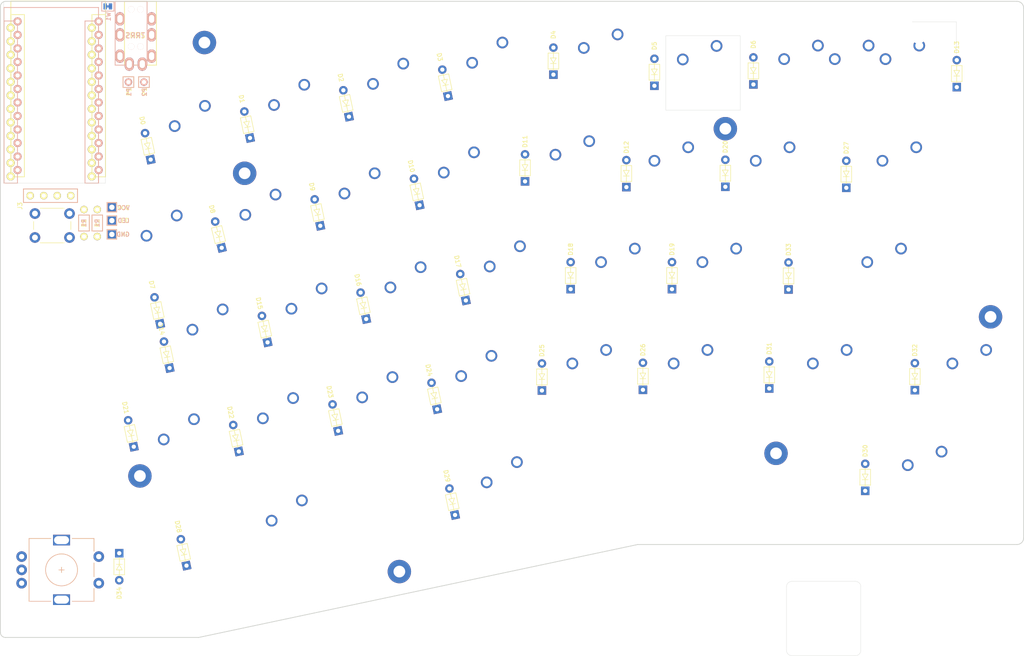
<source format=kicad_pcb>
(kicad_pcb (version 20171130) (host pcbnew "(5.1.6)-1")
  (layers (0 F.Cu signal) (31 B.Cu signal) (34 B.Paste user) (35 F.Paste user) (36 B.SilkS user) (37 F.SilkS user) (38 B.Mask user) (39 F.Mask user) (44 Edge.Cuts user))
  (net 0 "")
  (module cftkb:SW_Cherry_MX1A_1.00u_PCB-NOSCREEN (layer F.Cu) (at 232.6005 45.7835)
    (fp_text reference SW131)
    (fp_text value SW_PUSH)
    (pad 1 thru_hole circle (at 0 0) (size 2.2 2.2) (drill 1.5) (layers *.Cu *.Mask))
    (pad 2 thru_hole circle (at -6.35 2.54) (size 2.2 2.2) (drill 1.5) (layers *.Cu *.Mask))
    (pad "" np_thru_hole circle (at -2.54 5.08) (size 4 4) (drill 4) (layers *.Cu *.Mask))
    (pad "" np_thru_hole circle (at -7.62 5.08) (size 1.7 1.7) (drill 1.7) (layers *.Cu *.Mask))
    (pad "" np_thru_hole circle (at 2.54 5.08) (size 1.7 1.7) (drill 1.7) (layers *.Cu *.Mask))
  )
  (module cftkb:SW_Cherry_MX1A_2.00u_PCBNOSCREEN (layer F.Cu) (at 223.0755 45.7835)
    (fp_text reference SW132)
    (fp_text value SW_PUSH)
    (pad 1 thru_hole circle (at 0 0) (size 2.2 2.2) (drill 1.5) (layers *.Cu *.Mask))
    (pad 2 thru_hole circle (at -6.35 2.54) (size 2.2 2.2) (drill 1.5) (layers *.Cu *.Mask))
    (pad "" np_thru_hole circle (at -2.54 5.08) (size 4 4) (drill 4) (layers *.Cu *.Mask))
    (pad "" np_thru_hole circle (at -7.62 5.08) (size 1.7 1.7) (drill 1.7) (layers *.Cu *.Mask))
    (pad "" np_thru_hole circle (at 2.54 5.08) (size 1.7 1.7) (drill 1.7) (layers *.Cu *.Mask))
    (pad "" np_thru_hole circle (at 9.36 13.32) (size 4 4) (drill 4) (layers *.Cu *.Mask))
    (pad "" np_thru_hole circle (at -14.44 13.32) (size 4 4) (drill 4) (layers *.Cu *.Mask))
    (pad "" np_thru_hole circle (at -14.44 -1.92) (size 3.05 3.05) (drill 3.05) (layers *.Cu *.Mask))
    (pad "" np_thru_hole circle (at 9.36 -1.92) (size 3.05 3.05) (drill 3.05) (layers *.Cu *.Mask))
  )
  (module cftkb:D_DO-35_SOD27_P5.08mm_Horizontal (layer F.Cu) (at 161.671 111.887 90)
    (fp_text reference D25 (at 8.77 0 90) (layer F.SilkS) (effects (font (size 0.8 0.8))))
    (fp_text value D)
    (pad 1 thru_hole rect (at 1.27 0 90) (size 1.6 1.6) (drill 0.8) (layers *.Cu *.Mask))
    (pad 2 thru_hole oval (at 6.35 0 90) (size 1.6 1.6) (drill 0.8) (layers *.Cu *.Mask))
  )
  (module cftkb:D_DO-35_SOD27_P5.08mm_Horizontal (layer F.Cu) (at 95.123 144.78 102)
    (fp_text reference D28 (at 8.77 0 102) (layer F.SilkS) (effects (font (size 0.8 0.8))))
    (fp_text value D)
    (pad 2 thru_hole oval (at 6.35 0 102) (size 1.6 1.6) (drill 0.8) (layers *.Cu *.Mask))
    (pad 1 thru_hole rect (at 1.27 0 102) (size 1.6 1.6) (drill 0.8) (layers *.Cu *.Mask))
  )
  (module cftkb:D_DO-35_SOD27_P5.08mm_Horizontal (layer F.Cu) (at 128.905 98.425 102)
    (fp_text reference D16 (at 8.77 0 102) (layer F.SilkS) (effects (font (size 0.8 0.8))))
    (fp_text value D)
    (pad 1 thru_hole rect (at 1.27 0 102) (size 1.6 1.6) (drill 0.8) (layers *.Cu *.Mask))
    (pad 2 thru_hole oval (at 6.35 0 102) (size 1.6 1.6) (drill 0.8) (layers *.Cu *.Mask))
  )
  (module cftkb:D_DO-35_SOD27_P5.08mm_Horizontal (layer F.Cu) (at 167.0685 92.837 90)
    (fp_text reference D18 (at 8.77 0 90) (layer F.SilkS) (effects (font (size 0.8 0.8))))
    (fp_text value D)
    (pad 2 thru_hole oval (at 6.35 0 90) (size 1.6 1.6) (drill 0.8) (layers *.Cu *.Mask))
    (pad 1 thru_hole rect (at 1.27 0 90) (size 1.6 1.6) (drill 0.8) (layers *.Cu *.Mask))
  )
  (module cftkb:D_DO-35_SOD27_P5.08mm_Horizontal (layer F.Cu) (at 91.948 107.6325 102)
    (fp_text reference D14 (at 8.77 0 102) (layer F.SilkS) (effects (font (size 0.8 0.8))))
    (fp_text value D)
    (pad 1 thru_hole rect (at 1.27 0 102) (size 1.6 1.6) (drill 0.8) (layers *.Cu *.Mask))
    (pad 2 thru_hole oval (at 6.35 0 102) (size 1.6 1.6) (drill 0.8) (layers *.Cu *.Mask))
  )
  (module cftkb:D_DO-35_SOD27_P5.08mm_Horizontal (layer F.Cu) (at 180.6575 111.76 90)
    (fp_text reference D26 (at 8.77 0 90) (layer F.SilkS) (effects (font (size 0.8 0.8))))
    (fp_text value D)
    (pad 2 thru_hole oval (at 6.35 0 90) (size 1.6 1.6) (drill 0.8) (layers *.Cu *.Mask))
    (pad 1 thru_hole rect (at 1.27 0 90) (size 1.6 1.6) (drill 0.8) (layers *.Cu *.Mask))
  )
  (module cftkb:D_DO-35_SOD27_P5.08mm_Horizontal (layer F.Cu) (at 196.1515 73.5965 90)
    (fp_text reference D20 (at 8.77 0 90) (layer F.SilkS) (effects (font (size 0.8 0.8))))
    (fp_text value D)
    (pad 2 thru_hole oval (at 6.35 0 90) (size 1.6 1.6) (drill 0.8) (layers *.Cu *.Mask))
    (pad 1 thru_hole rect (at 1.27 0 90) (size 1.6 1.6) (drill 0.8) (layers *.Cu *.Mask))
  )
  (module cftkb:D_DO-35_SOD27_P5.08mm_Horizontal (layer F.Cu) (at 204.4065 111.506 90)
    (fp_text reference D31 (at 8.77 0 90) (layer F.SilkS) (effects (font (size 0.8 0.8))))
    (fp_text value D)
    (pad 2 thru_hole oval (at 6.35 0 90) (size 1.6 1.6) (drill 0.8) (layers *.Cu *.Mask))
    (pad 1 thru_hole rect (at 1.27 0 90) (size 1.6 1.6) (drill 0.8) (layers *.Cu *.Mask))
  )
  (module cftkb:D_DO-35_SOD27_P5.08mm_Horizontal (layer F.Cu) (at 123.6345 119.4435 102)
    (fp_text reference D23 (at 8.77 0 102) (layer F.SilkS) (effects (font (size 0.8 0.8))))
    (fp_text value D)
    (pad 2 thru_hole oval (at 6.35 0 102) (size 1.6 1.6) (drill 0.8) (layers *.Cu *.Mask))
    (pad 1 thru_hole rect (at 1.27 0 102) (size 1.6 1.6) (drill 0.8) (layers *.Cu *.Mask))
  )
  (module cftkb:D_DO-35_SOD27_P5.08mm_Horizontal (layer F.Cu) (at 85.217 122.428 102)
    (fp_text reference D21 (at 8.77 0 102) (layer F.SilkS) (effects (font (size 0.8 0.8))))
    (fp_text value D)
    (pad 1 thru_hole rect (at 1.27 0 102) (size 1.6 1.6) (drill 0.8) (layers *.Cu *.Mask))
    (pad 2 thru_hole oval (at 6.35 0 102) (size 1.6 1.6) (drill 0.8) (layers *.Cu *.Mask))
  )
  (module cftkb:D_DO-35_SOD27_P5.08mm_Horizontal (layer F.Cu) (at 147.6375 94.9325 102)
    (fp_text reference D17 (at 8.77 0 102) (layer F.SilkS) (effects (font (size 0.8 0.8))))
    (fp_text value D)
    (pad 2 thru_hole oval (at 6.35 0 102) (size 1.6 1.6) (drill 0.8) (layers *.Cu *.Mask))
    (pad 1 thru_hole rect (at 1.27 0 102) (size 1.6 1.6) (drill 0.8) (layers *.Cu *.Mask))
  )
  (module cftkb:D_DO-35_SOD27_P5.08mm_Horizontal (layer F.Cu) (at 222.4405 130.7465 90)
    (fp_text reference D30 (at 8.77 0 90) (layer F.SilkS) (effects (font (size 0.8 0.8))))
    (fp_text value D)
    (pad 1 thru_hole rect (at 1.27 0 90) (size 1.6 1.6) (drill 0.8) (layers *.Cu *.Mask))
    (pad 2 thru_hole oval (at 6.35 0 90) (size 1.6 1.6) (drill 0.8) (layers *.Cu *.Mask))
  )
  (module cftkb:D_DO-35_SOD27_P5.08mm_Horizontal (layer F.Cu) (at 145.6055 135.255 102)
    (fp_text reference D29 (at 8.77 0 102) (layer F.SilkS) (effects (font (size 0.8 0.8))))
    (fp_text value D)
    (pad 2 thru_hole oval (at 6.35 0 102) (size 1.6 1.6) (drill 0.8) (layers *.Cu *.Mask))
    (pad 1 thru_hole rect (at 1.27 0 102) (size 1.6 1.6) (drill 0.8) (layers *.Cu *.Mask))
  )
  (module cftkb:D_DO-35_SOD27_P5.08mm_Horizontal (layer F.Cu) (at 186.1185 92.837 90)
    (fp_text reference D19 (at 8.77 0 90) (layer F.SilkS) (effects (font (size 0.8 0.8))))
    (fp_text value D)
    (pad 1 thru_hole rect (at 1.27 0 90) (size 1.6 1.6) (drill 0.8) (layers *.Cu *.Mask))
    (pad 2 thru_hole oval (at 6.35 0 90) (size 1.6 1.6) (drill 0.8) (layers *.Cu *.Mask))
  )
  (module cftkb:D_DO-35_SOD27_P5.08mm_Horizontal (layer F.Cu) (at 110.363 102.8065 102)
    (fp_text reference D15 (at 8.77 0 102) (layer F.SilkS) (effects (font (size 0.8 0.8))))
    (fp_text value D)
    (pad 2 thru_hole oval (at 6.35 0 102) (size 1.6 1.6) (drill 0.8) (layers *.Cu *.Mask))
    (pad 1 thru_hole rect (at 1.27 0 102) (size 1.6 1.6) (drill 0.8) (layers *.Cu *.Mask))
  )
  (module cftkb:D_DO-35_SOD27_P5.08mm_Horizontal (layer F.Cu) (at 142.24 115.3795 102)
    (fp_text reference D24 (at 8.77 0 102) (layer F.SilkS) (effects (font (size 0.8 0.8))))
    (fp_text value D)
    (pad 1 thru_hole rect (at 1.27 0 102) (size 1.6 1.6) (drill 0.8) (layers *.Cu *.Mask))
    (pad 2 thru_hole oval (at 6.35 0 102) (size 1.6 1.6) (drill 0.8) (layers *.Cu *.Mask))
  )
  (module cftkb:D_DO-35_SOD27_P5.08mm_Horizontal (layer F.Cu) (at 104.9655 123.317 102)
    (fp_text reference D22 (at 8.77 0 102) (layer F.SilkS) (effects (font (size 0.8 0.8))))
    (fp_text value D)
    (pad 1 thru_hole rect (at 1.27 0 102) (size 1.6 1.6) (drill 0.8) (layers *.Cu *.Mask))
    (pad 2 thru_hole oval (at 6.35 0 102) (size 1.6 1.6) (drill 0.8) (layers *.Cu *.Mask))
  )
  (module cftkb:D_DO-35_SOD27_P5.08mm_Horizontal (layer F.Cu) (at 218.8845 73.787 90)
    (fp_text reference D27 (at 8.77 0 90) (layer F.SilkS) (effects (font (size 0.8 0.8))))
    (fp_text value D)
    (pad 1 thru_hole rect (at 1.27 0 90) (size 1.6 1.6) (drill 0.8) (layers *.Cu *.Mask))
    (pad 2 thru_hole oval (at 6.35 0 90) (size 1.6 1.6) (drill 0.8) (layers *.Cu *.Mask))
  )
  (module SofleKeyboard-footprint:LED (layer B.Cu) (at 80.835498 76.176501 180)
    (fp_text reference J1 hide)
    (fp_text value LED hide)
    (fp_text user VCC (at -2.2 -0.1) (layer F.SilkS) (effects (font (size 0.8 0.8))))
    (fp_text user VCC (at -2.2 -0.1) (layer B.SilkS) (effects (font (size 0.8 0.8)) (justify mirror)))
    (fp_text user GND (at -2.1 -5.1) (layer B.SilkS) (effects (font (size 0.8 0.8)) (justify mirror)))
    (fp_text user LED (at -2.2 -2.5) (layer F.SilkS) (effects (font (size 0.8 0.8))))
    (fp_text user LED (at -2.2 -2.5 180) (layer B.SilkS) (effects (font (size 0.8 0.8)) (justify mirror)))
    (fp_text user GND (at -2.1 -5.1) (layer F.SilkS) (effects (font (size 0.8 0.8))))
    (pad 3 thru_hole rect (at 0 -5.1 180) (size 1.524 1.524) (drill 1) (layers *.Cu *.Mask))
    (pad 2 thru_hole rect (at 0 -2.5 180) (size 1.524 1.524) (drill 1) (layers *.Cu *.Mask))
    (pad 1 thru_hole rect (at 0 0 90) (size 1.524 1.524) (drill 1) (layers *.Cu *.Mask))
  )
  (module SofleKeyboard-footprint:1pin_conn (layer B.Cu) (at 83.946994 52.641507 270)
    (fp_text reference P1 (at 1.9 -0.1 270) (layer B.SilkS) (effects (font (size 0.8128 0.8128)) (justify mirror)))
    (fp_text value i2c_pin hide)
    (fp_text user P1 (at 1.8 -0.1 270) (layer F.SilkS) (effects (font (size 0.8128 0.8128))))
    (pad 1 thru_hole circle (at 0 0 270) (size 1.397 1.397) (drill 0.8128) (layers *.Cu *.Mask B.SilkS))
  )
  (module cftkb:MountingHole_2.2mm_M2_Pad (layer F.Cu) (at 245.998997 96.774006 180)
    (fp_text reference TH2)
    (fp_text value HOLE)
    (pad 1 thru_hole circle (at 0 0 180) (size 4.4 4.4) (drill 2.2) (layers *.Cu *.Mask))
  )
  (module SofleKeyboard-footprint:RESISTOR_mini (layer F.Cu) (at 78.088772 79.140225 90)
    (fp_text reference R2 (at 0 0 90) (layer F.SilkS) (effects (font (size 0.8 0.8))))
    (fp_text value R hide)
    (fp_text user R1 (at 0 0 90) (layer B.SilkS) (effects (font (size 0.8 0.8)) (justify mirror)))
    (pad 1 thru_hole circle (at -2.54 0 90) (size 1.397 1.397) (drill 0.8128) (layers *.Cu *.Mask F.SilkS))
    (pad 2 thru_hole circle (at 2.54 0 90) (size 1.397 1.397) (drill 0.8128) (layers *.Cu *.Mask F.SilkS))
  )
  (module SofleKeyboard-footprint:1pin_conn (layer B.Cu) (at 86.867997 52.641501 270)
    (fp_text reference P2 (at 1.9 -0.1 270) (layer B.SilkS) (effects (font (size 0.8128 0.8128)) (justify mirror)))
    (fp_text value i2c_pin hide)
    (fp_text user P1 (at 1.8 -0.1 270) (layer F.SilkS) (effects (font (size 0.8128 0.8128))))
    (pad 1 thru_hole circle (at 0 0 270) (size 1.397 1.397) (drill 0.8128) (layers *.Cu *.Mask B.SilkS))
  )
  (module SofleKeyboard-footprint:ProMicro (layer B.Cu) (at 69.532504 56.006997 180)
    (fp_text reference U1 hide)
    (fp_text value ProMicro hide)
    (pad 24 thru_hole circle (at 6.42 14.77 180) (size 1.524 1.524) (drill 0.8128) (layers *.Cu *.Mask B.SilkS))
    (pad 23 thru_hole circle (at 6.42 12.23 180) (size 1.524 1.524) (drill 0.8128) (layers *.Cu *.Mask B.SilkS))
    (pad 22 thru_hole circle (at 6.42 9.69 180) (size 1.524 1.524) (drill 0.8128) (layers *.Cu *.Mask B.SilkS))
    (pad 21 thru_hole circle (at 6.42 7.15 180) (size 1.524 1.524) (drill 0.8128) (layers *.Cu *.Mask B.SilkS))
    (pad 20 thru_hole circle (at 6.42 4.61 180) (size 1.524 1.524) (drill 0.8128) (layers *.Cu *.Mask B.SilkS))
    (pad 19 thru_hole circle (at 6.42 2.07 180) (size 1.524 1.524) (drill 0.8128) (layers *.Cu *.Mask B.SilkS))
    (pad 18 thru_hole circle (at 6.42 -0.47 180) (size 1.524 1.524) (drill 0.8128) (layers *.Cu *.Mask B.SilkS))
    (pad 17 thru_hole circle (at 6.42 -3.01 180) (size 1.524 1.524) (drill 0.8128) (layers *.Cu *.Mask B.SilkS))
    (pad 16 thru_hole circle (at 6.42 -5.55 180) (size 1.524 1.524) (drill 0.8128) (layers *.Cu *.Mask B.SilkS))
    (pad 15 thru_hole circle (at 6.42 -8.09 180) (size 1.524 1.524) (drill 0.8128) (layers *.Cu *.Mask B.SilkS))
    (pad 14 thru_hole circle (at 6.42 -10.63 180) (size 1.524 1.524) (drill 0.8128) (layers *.Cu *.Mask B.SilkS))
    (pad 13 thru_hole circle (at 6.42 -13.17 180) (size 1.524 1.524) (drill 0.8128) (layers *.Cu *.Mask B.SilkS))
    (pad 12 thru_hole circle (at -8.82 -13.17 180) (size 1.524 1.524) (drill 0.8128) (layers *.Cu *.Mask B.SilkS))
    (pad 11 thru_hole circle (at -8.82 -10.63 180) (size 1.524 1.524) (drill 0.8128) (layers *.Cu *.Mask B.SilkS))
    (pad 10 thru_hole circle (at -8.82 -8.09 180) (size 1.524 1.524) (drill 0.8128) (layers *.Cu *.Mask B.SilkS))
    (pad 9 thru_hole circle (at -8.82 -5.55 180) (size 1.524 1.524) (drill 0.8128) (layers *.Cu *.Mask B.SilkS))
    (pad 8 thru_hole circle (at -8.82 -3.01 180) (size 1.524 1.524) (drill 0.8128) (layers *.Cu *.Mask B.SilkS))
    (pad 7 thru_hole circle (at -8.82 -0.47 180) (size 1.524 1.524) (drill 0.8128) (layers *.Cu *.Mask B.SilkS))
    (pad 6 thru_hole circle (at -8.82 2.07 180) (size 1.524 1.524) (drill 0.8128) (layers *.Cu *.Mask B.SilkS))
    (pad 5 thru_hole circle (at -8.82 4.61 180) (size 1.524 1.524) (drill 0.8128) (layers *.Cu *.Mask B.SilkS))
    (pad 4 thru_hole circle (at -8.82 7.15 180) (size 1.524 1.524) (drill 0.8128) (layers *.Cu *.Mask B.SilkS))
    (pad 3 thru_hole circle (at -8.82 9.69 180) (size 1.524 1.524) (drill 0.8128) (layers *.Cu *.Mask B.SilkS))
    (pad 2 thru_hole circle (at -8.82 12.23 180) (size 1.524 1.524) (drill 0.8128) (layers *.Cu *.Mask B.SilkS))
    (pad 1 thru_hole circle (at -8.82 14.77 180) (size 1.524 1.524) (drill 0.8128) (layers *.Cu *.Mask B.SilkS))
    (pad 5 thru_hole circle (at 7.718815 3.414255) (size 1.524 1.524) (drill 0.8128) (layers *.Cu *.Mask F.SilkS))
    (pad 7 thru_hole circle (at 7.718815 -1.665745) (size 1.524 1.524) (drill 0.8128) (layers *.Cu *.Mask F.SilkS))
    (pad 24 thru_hole circle (at -7.521185 13.574255) (size 1.524 1.524) (drill 0.8128) (layers *.Cu *.Mask F.SilkS))
    (pad 2 thru_hole circle (at 7.718815 11.034255) (size 1.524 1.524) (drill 0.8128) (layers *.Cu *.Mask F.SilkS))
    (pad 11 thru_hole circle (at 7.718815 -11.825745) (size 1.524 1.524) (drill 0.8128) (layers *.Cu *.Mask F.SilkS))
    (pad 13 thru_hole circle (at -7.521185 -14.365745) (size 1.524 1.524) (drill 0.8128) (layers *.Cu *.Mask F.SilkS))
    (pad 8 thru_hole circle (at 7.718815 -4.205745) (size 1.524 1.524) (drill 0.8128) (layers *.Cu *.Mask F.SilkS))
    (pad 9 thru_hole circle (at 7.718815 -6.745745) (size 1.524 1.524) (drill 0.8128) (layers *.Cu *.Mask F.SilkS))
    (pad 17 thru_hole circle (at -7.521185 -4.205745) (size 1.524 1.524) (drill 0.8128) (layers *.Cu *.Mask F.SilkS))
    (pad 15 thru_hole circle (at -7.521185 -9.285745) (size 1.524 1.524) (drill 0.8128) (layers *.Cu *.Mask F.SilkS))
    (pad 20 thru_hole circle (at -7.521185 3.414255) (size 1.524 1.524) (drill 0.8128) (layers *.Cu *.Mask F.SilkS))
    (pad 21 thru_hole circle (at -7.521185 5.954255) (size 1.524 1.524) (drill 0.8128) (layers *.Cu *.Mask F.SilkS))
    (pad 23 thru_hole circle (at -7.521185 11.034255) (size 1.524 1.524) (drill 0.8128) (layers *.Cu *.Mask F.SilkS))
    (pad 19 thru_hole circle (at -7.521185 0.874255) (size 1.524 1.524) (drill 0.8128) (layers *.Cu *.Mask F.SilkS))
    (pad 12 thru_hole circle (at 7.718815 -14.365745) (size 1.524 1.524) (drill 0.8128) (layers *.Cu *.Mask F.SilkS))
    (pad 16 thru_hole circle (at -7.521185 -6.745745) (size 1.524 1.524) (drill 0.8128) (layers *.Cu *.Mask F.SilkS))
    (pad 1 thru_hole circle (at 7.718815 13.574255) (size 1.524 1.524) (drill 0.8128) (layers *.Cu *.Mask F.SilkS))
    (pad 3 thru_hole circle (at 7.718815 8.494255) (size 1.524 1.524) (drill 0.8128) (layers *.Cu *.Mask F.SilkS))
    (pad 14 thru_hole circle (at -7.521185 -11.825745) (size 1.524 1.524) (drill 0.8128) (layers *.Cu *.Mask F.SilkS))
    (pad 4 thru_hole circle (at 7.718815 5.954255) (size 1.524 1.524) (drill 0.8128) (layers *.Cu *.Mask F.SilkS))
    (pad 6 thru_hole circle (at 7.718815 0.874255) (size 1.524 1.524) (drill 0.8128) (layers *.Cu *.Mask F.SilkS))
    (pad 18 thru_hole circle (at -7.521185 -1.665745) (size 1.524 1.524) (drill 0.8128) (layers *.Cu *.Mask F.SilkS))
    (pad 10 thru_hole circle (at 7.718815 -9.285745) (size 1.524 1.524) (drill 0.8128) (layers *.Cu *.Mask F.SilkS))
    (pad 22 thru_hole circle (at -7.521185 8.494255) (size 1.524 1.524) (drill 0.8128) (layers *.Cu *.Mask F.SilkS))
  )
  (module cftkb:MountingHole_2.2mm_M2_Pad (layer F.Cu) (at 105.790998 69.786504 180)
    (fp_text reference TH6)
    (fp_text value HOLE)
    (pad 1 thru_hole circle (at 0 0 180) (size 4.4 4.4) (drill 2.2) (layers *.Cu *.Mask))
  )
  (module SofleKeyboard-footprint:RESISTOR_mini (layer F.Cu) (at 75.590032 79.140217 90)
    (fp_text reference R1 (at 0 0 90) (layer F.SilkS) (effects (font (size 0.8 0.8))))
    (fp_text value R hide)
    (fp_text user R1 (at 0 0 90) (layer B.SilkS) (effects (font (size 0.8 0.8)) (justify mirror)))
    (pad 2 thru_hole circle (at 2.54 0 90) (size 1.397 1.397) (drill 0.8128) (layers *.Cu *.Mask F.SilkS))
    (pad 1 thru_hole circle (at -2.54 0 90) (size 1.397 1.397) (drill 0.8128) (layers *.Cu *.Mask F.SilkS))
  )
  (module cftkb:SW_PUSH_6mm (layer F.Cu) (at 66.372872 77.358016)
    (fp_text reference RSW1)
    (fp_text value SW_RST)
    (pad 2 thru_hole circle (at 0 4.5 90) (size 2 2) (drill 1.1) (layers *.Cu *.Mask))
    (pad 1 thru_hole circle (at 0 0 90) (size 2 2) (drill 1.1) (layers *.Cu *.Mask))
    (pad 2 thru_hole circle (at 6.5 4.5 90) (size 2 2) (drill 1.1) (layers *.Cu *.Mask))
    (pad 1 thru_hole circle (at 6.5 0 90) (size 2 2) (drill 1.1) (layers *.Cu *.Mask))
  )
  (module SofleKeyboard-footprint:RotaryEncoder_Alps_EC11E-Switch_Vertical_H20mm-keebio_modified (layer B.Cu) (at 71.373998 144.335502)
    (fp_text reference SW34 hide)
    (fp_text value Rotary_Encoder_Switch)
    (pad A thru_hole circle (at -7.5 2.5) (size 2 2) (drill 1) (layers *.Cu *.Mask))
    (pad C thru_hole circle (at -7.5 0) (size 2 2) (drill 1) (layers *.Cu *.Mask))
    (pad B thru_hole circle (at -7.5 -2.5) (size 2 2) (drill 1) (layers *.Cu *.Mask))
    (pad MP thru_hole rect (at 0 5.6) (size 3.2 2) (drill oval 2.8 1.5) (layers *.Cu *.Mask))
    (pad MP thru_hole rect (at 0 -5.6) (size 3.2 2) (drill oval 2.8 1.5) (layers *.Cu *.Mask))
    (pad S2 thru_hole circle (at 7 2.5) (size 2 2) (drill 1) (layers *.Cu *.Mask))
    (pad S1 thru_hole circle (at 7 -2.5) (size 2 2) (drill 1) (layers *.Cu *.Mask))
  )
  (module SofleKeyboard-footprint:MJ-4PP-9 (layer B.Cu) (at 84.454998 37.465002 180)
    (fp_text reference J2)
    (fp_text value 4PIN hide)
    (fp_text user TRRS (at -0.75 -6.45) (layer B.SilkS) (effects (justify mirror)))
    (fp_text user TRRS (at -0.8255 -6.4135) (layer F.SilkS))
    (pad 4 thru_hole oval (at -2.1 -11.8 180) (size 1.7 2.5) (drill oval 1 1.5) (layers *.Cu *.Mask B.SilkS) (clearance 0.15))
    (pad 1 thru_hole oval (at 2.1 -10.3 180) (size 1.7 2.5) (drill oval 1 1.5) (layers *.Cu *.Mask B.SilkS) (clearance 0.15))
    (pad 2 thru_hole oval (at 2.1 -6.3 180) (size 1.7 2.5) (drill oval 1 1.5) (layers *.Cu *.Mask B.SilkS))
    (pad 3 thru_hole oval (at 2.1 -3.3 180) (size 1.7 2.5) (drill oval 1 1.5) (layers *.Cu *.Mask B.SilkS))
    (pad "" np_thru_hole circle (at 0 -8.5 180) (size 1.2 1.2) (drill 1.2) (layers *.Cu *.Mask B.SilkS))
    (pad "" np_thru_hole circle (at 0 -1.5 180) (size 1.2 1.2) (drill 1.2) (layers *.Cu *.Mask B.SilkS))
    (pad 2 thru_hole oval (at -3.85 -6.3 180) (size 1.7 2.5) (drill oval 1 1.5) (layers *.Cu *.Mask B.SilkS))
    (pad 3 thru_hole oval (at -3.85 -3.3 180) (size 1.7 2.5) (drill oval 1 1.5) (layers *.Cu *.Mask B.SilkS))
    (pad 4 thru_hole oval (at 0.35 -11.8 180) (size 1.7 2.5) (drill oval 1 1.5) (layers *.Cu *.Mask B.SilkS) (clearance 0.15))
    (pad 1 thru_hole oval (at -3.85 -10.3 180) (size 1.7 2.5) (drill oval 1 1.5) (layers *.Cu *.Mask B.SilkS) (clearance 0.15))
    (pad "" np_thru_hole circle (at -1.75 -1.5 180) (size 1.2 1.2) (drill 1.2) (layers *.Cu *.Mask B.SilkS))
    (pad "" np_thru_hole circle (at -1.75 -8.5 180) (size 1.2 1.2) (drill 1.2) (layers *.Cu *.Mask B.SilkS))
  )
  (module SofleKeyboard-footprint:jumper_data (layer B.Cu) (at 80.073506 38.417506)
    (fp_text reference W1 (at 0.114294 1.917694 -270) (layer B.SilkS) (effects (font (size 0.8128 0.8128) (thickness 0.1524)) (justify mirror)))
    (fp_text value jumper hide)
    (fp_poly (pts (xy -0.2 0.15) (xy 0.2 0.15) (xy 0.2 -0.15) (xy -0.2 -0.15)) (layer B.Cu) (width 0.1))
    (pad 2 smd rect (at 0.50038 0) (size 0.635 1.143) (layers B.Cu B.Paste B.Mask) (clearance 0.1905))
    (pad 1 smd rect (at -0.50038 0) (size 0.635 1.143) (layers B.Cu B.Paste B.Mask) (clearance 0.1905))
  )
  (module cftkb:MountingHole_2.2mm_M2_Pad (layer F.Cu) (at 98.2345 45.212 180)
    (fp_text reference TH1)
    (fp_text value HOLE)
    (pad 1 thru_hole circle (at 0 0 180) (size 4.4 4.4) (drill 2.2) (layers *.Cu *.Mask))
  )
  (module SofleKeyboard-footprint:OLED_4Pin (layer F.Cu) (at 65.483875 73.992518)
    (fp_text reference J3 (at -1.915 1.93 90) (layer F.SilkS) (effects (font (size 0.8128 0.8128))))
    (fp_text value OLED hide)
    (pad 1 thru_hole circle (at 0 0) (size 1.397 1.397) (drill 0.8128) (layers *.Cu *.Mask F.SilkS))
    (pad 2 thru_hole circle (at 2.54 0) (size 1.397 1.397) (drill 0.8128) (layers *.Cu *.Mask F.SilkS))
    (pad 3 thru_hole circle (at 5.08 0) (size 1.397 1.397) (drill 0.8128) (layers *.Cu *.Mask F.SilkS))
    (pad 4 thru_hole circle (at 7.62 0) (size 1.397 1.397) (drill 0.8128) (layers *.Cu *.Mask F.SilkS))
  )
  (module cftkb:SW_Cherry_MX1A_1.00u_PCB-NOSCREEN (layer F.Cu) (at 138.8745 87.4395 12)
    (fp_text reference SW16)
    (fp_text value SW_PUSH)
    (pad "" np_thru_hole circle (at 2.54 5.08 12) (size 1.7 1.7) (drill 1.7) (layers *.Cu *.Mask))
    (pad "" np_thru_hole circle (at -7.62 5.08 12) (size 1.7 1.7) (drill 1.7) (layers *.Cu *.Mask))
    (pad "" np_thru_hole circle (at -2.54 5.08 12) (size 4 4) (drill 4) (layers *.Cu *.Mask))
    (pad 2 thru_hole circle (at -6.35 2.54 12) (size 2.2 2.2) (drill 1.5) (layers *.Cu *.Mask))
    (pad 1 thru_hole circle (at 0 0 12) (size 2.2 2.2) (drill 1.5) (layers *.Cu *.Mask))
  )
  (module cftkb:SW_Cherry_MX1A_1.00u_PCB-NOSCREEN (layer F.Cu) (at 192.786 102.997)
    (fp_text reference SW26)
    (fp_text value SW_PUSH)
    (pad "" np_thru_hole circle (at 2.54 5.08) (size 1.7 1.7) (drill 1.7) (layers *.Cu *.Mask))
    (pad "" np_thru_hole circle (at -7.62 5.08) (size 1.7 1.7) (drill 1.7) (layers *.Cu *.Mask))
    (pad "" np_thru_hole circle (at -2.54 5.08) (size 4 4) (drill 4) (layers *.Cu *.Mask))
    (pad 2 thru_hole circle (at -6.35 2.54) (size 2.2 2.2) (drill 1.5) (layers *.Cu *.Mask))
    (pad 1 thru_hole circle (at 0 0) (size 2.2 2.2) (drill 1.5) (layers *.Cu *.Mask))
  )
  (module cftkb:SW_Cherry_MX1A_1.00u_PCB-NOSCREEN (layer F.Cu) (at 173.736 102.997)
    (fp_text reference SW25)
    (fp_text value SW_PUSH)
    (pad 1 thru_hole circle (at 0 0) (size 2.2 2.2) (drill 1.5) (layers *.Cu *.Mask))
    (pad 2 thru_hole circle (at -6.35 2.54) (size 2.2 2.2) (drill 1.5) (layers *.Cu *.Mask))
    (pad "" np_thru_hole circle (at -2.54 5.08) (size 4 4) (drill 4) (layers *.Cu *.Mask))
    (pad "" np_thru_hole circle (at -7.62 5.08) (size 1.7 1.7) (drill 1.7) (layers *.Cu *.Mask))
    (pad "" np_thru_hole circle (at 2.54 5.08) (size 1.7 1.7) (drill 1.7) (layers *.Cu *.Mask))
  )
  (module cftkb:SW_Cherry_MX1A_1.00u_PCB-NOSCREEN (layer F.Cu) (at 133.571804 108.104414 12)
    (fp_text reference SW23)
    (fp_text value SW_PUSH)
    (pad "" np_thru_hole circle (at 2.54 5.08 12) (size 1.7 1.7) (drill 1.7) (layers *.Cu *.Mask))
    (pad "" np_thru_hole circle (at -7.62 5.08 12) (size 1.7 1.7) (drill 1.7) (layers *.Cu *.Mask))
    (pad "" np_thru_hole circle (at -2.54 5.08 12) (size 4 4) (drill 4) (layers *.Cu *.Mask))
    (pad 2 thru_hole circle (at -6.35 2.54 12) (size 2.2 2.2) (drill 1.5) (layers *.Cu *.Mask))
    (pad 1 thru_hole circle (at 0 0 12) (size 2.2 2.2) (drill 1.5) (layers *.Cu *.Mask))
  )
  (module cftkb:SW_Cherry_MX1A_1.00u_PCB-NOSCREEN (layer F.Cu) (at 157.5435 83.5025 12)
    (fp_text reference SW17)
    (fp_text value SW_PUSH)
    (pad 1 thru_hole circle (at 0 0 12) (size 2.2 2.2) (drill 1.5) (layers *.Cu *.Mask))
    (pad 2 thru_hole circle (at -6.35 2.54 12) (size 2.2 2.2) (drill 1.5) (layers *.Cu *.Mask))
    (pad "" np_thru_hole circle (at -2.54 5.08 12) (size 4 4) (drill 4) (layers *.Cu *.Mask))
    (pad "" np_thru_hole circle (at -7.62 5.08 12) (size 1.7 1.7) (drill 1.7) (layers *.Cu *.Mask))
    (pad "" np_thru_hole circle (at 2.54 5.08 12) (size 1.7 1.7) (drill 1.7) (layers *.Cu *.Mask))
  )
  (module cftkb:SW_Cherry_MX1A_1.00u_PCB-NOSCREEN (layer F.Cu) (at 152.177304 104.103914 12)
    (fp_text reference SW24)
    (fp_text value SW_PUSH)
    (pad "" np_thru_hole circle (at 2.54 5.08 12) (size 1.7 1.7) (drill 1.7) (layers *.Cu *.Mask))
    (pad "" np_thru_hole circle (at -7.62 5.08 12) (size 1.7 1.7) (drill 1.7) (layers *.Cu *.Mask))
    (pad "" np_thru_hole circle (at -2.54 5.08 12) (size 4 4) (drill 4) (layers *.Cu *.Mask))
    (pad 2 thru_hole circle (at -6.35 2.54 12) (size 2.2 2.2) (drill 1.5) (layers *.Cu *.Mask))
    (pad 1 thru_hole circle (at 0 0 12) (size 2.2 2.2) (drill 1.5) (layers *.Cu *.Mask))
  )
  (module cftkb:SW_Cherry_MX1A_1.00u_PCB-NOSCREEN (layer F.Cu) (at 114.902804 112.041414 12)
    (fp_text reference SW22)
    (fp_text value SW_PUSH)
    (pad "" np_thru_hole circle (at 2.54 5.08 12) (size 1.7 1.7) (drill 1.7) (layers *.Cu *.Mask))
    (pad "" np_thru_hole circle (at -7.62 5.08 12) (size 1.7 1.7) (drill 1.7) (layers *.Cu *.Mask))
    (pad "" np_thru_hole circle (at -2.54 5.08 12) (size 4 4) (drill 4) (layers *.Cu *.Mask))
    (pad 2 thru_hole circle (at -6.35 2.54 12) (size 2.2 2.2) (drill 1.5) (layers *.Cu *.Mask))
    (pad 1 thru_hole circle (at 0 0 12) (size 2.2 2.2) (drill 1.5) (layers *.Cu *.Mask))
  )
  (module cftkb:SW_Cherry_MX1A_2.25u_PCBNOSCREEN (layer F.Cu) (at 229.171504 83.947006)
    (fp_text reference SW33)
    (fp_text value SW_PUSH)
    (pad 1 thru_hole circle (at 0 0) (size 2.2 2.2) (drill 1.5) (layers *.Cu *.Mask))
    (pad 2 thru_hole circle (at -6.35 2.54) (size 2.2 2.2) (drill 1.5) (layers *.Cu *.Mask))
    (pad "" np_thru_hole circle (at -2.54 5.08) (size 4 4) (drill 4) (layers *.Cu *.Mask))
    (pad "" np_thru_hole circle (at -7.62 5.08) (size 1.7 1.7) (drill 1.7) (layers *.Cu *.Mask))
    (pad "" np_thru_hole circle (at 2.54 5.08) (size 1.7 1.7) (drill 1.7) (layers *.Cu *.Mask))
    (pad "" np_thru_hole circle (at 9.36 13.32) (size 4 4) (drill 4) (layers *.Cu *.Mask))
    (pad "" np_thru_hole circle (at -14.44 13.32) (size 4 4) (drill 4) (layers *.Cu *.Mask))
    (pad "" np_thru_hole circle (at -14.44 -1.92) (size 3.05 3.05) (drill 3.05) (layers *.Cu *.Mask))
    (pad "" np_thru_hole circle (at 9.36 -1.92) (size 3.05 3.05) (drill 3.05) (layers *.Cu *.Mask))
  )
  (module cftkb:SW_Cherry_MX1A_2.75u_PCB_NOSCREEN (layer F.Cu) (at 116.553804 131.281914 12)
    (fp_text reference SW28)
    (fp_text value SW_PUSH)
    (pad "" np_thru_hole circle (at 9.36 -1.92 12) (size 3.05 3.05) (drill 3.05) (layers *.Cu *.Mask))
    (pad "" np_thru_hole circle (at -14.44 -1.92 12) (size 3.05 3.05) (drill 3.05) (layers *.Cu *.Mask))
    (pad "" np_thru_hole circle (at -14.44 13.32 12) (size 4 4) (drill 4) (layers *.Cu *.Mask))
    (pad "" np_thru_hole circle (at 9.36 13.32 12) (size 4 4) (drill 4) (layers *.Cu *.Mask))
    (pad "" np_thru_hole circle (at 2.54 5.08 12) (size 1.7 1.7) (drill 1.7) (layers *.Cu *.Mask))
    (pad "" np_thru_hole circle (at -7.62 5.08 12) (size 1.7 1.7) (drill 1.7) (layers *.Cu *.Mask))
    (pad "" np_thru_hole circle (at -2.54 5.08 12) (size 4 4) (drill 4) (layers *.Cu *.Mask))
    (pad 2 thru_hole circle (at -6.35 2.54 12) (size 2.2 2.2) (drill 1.5) (layers *.Cu *.Mask))
    (pad 1 thru_hole circle (at 0 0 12) (size 2.2 2.2) (drill 1.5) (layers *.Cu *.Mask))
  )
  (module cftkb:SW_Cherry_MX1A_1.00u_PCB-NOSCREEN (layer F.Cu) (at 245.1735 102.997)
    (fp_text reference SW32)
    (fp_text value SW_PUSH)
    (pad "" np_thru_hole circle (at 2.54 5.08) (size 1.7 1.7) (drill 1.7) (layers *.Cu *.Mask))
    (pad "" np_thru_hole circle (at -7.62 5.08) (size 1.7 1.7) (drill 1.7) (layers *.Cu *.Mask))
    (pad "" np_thru_hole circle (at -2.54 5.08) (size 4 4) (drill 4) (layers *.Cu *.Mask))
    (pad 2 thru_hole circle (at -6.35 2.54) (size 2.2 2.2) (drill 1.5) (layers *.Cu *.Mask))
    (pad 1 thru_hole circle (at 0 0) (size 2.2 2.2) (drill 1.5) (layers *.Cu *.Mask))
  )
  (module cftkb:SW_Cherry_MX1A_1.00u_PCB-NOSCREEN (layer F.Cu) (at 198.1835 83.947)
    (fp_text reference SW19)
    (fp_text value SW_PUSH)
    (pad 1 thru_hole circle (at 0 0) (size 2.2 2.2) (drill 1.5) (layers *.Cu *.Mask))
    (pad 2 thru_hole circle (at -6.35 2.54) (size 2.2 2.2) (drill 1.5) (layers *.Cu *.Mask))
    (pad "" np_thru_hole circle (at -2.54 5.08) (size 4 4) (drill 4) (layers *.Cu *.Mask))
    (pad "" np_thru_hole circle (at -7.62 5.08) (size 1.7 1.7) (drill 1.7) (layers *.Cu *.Mask))
    (pad "" np_thru_hole circle (at 2.54 5.08) (size 1.7 1.7) (drill 1.7) (layers *.Cu *.Mask))
  )
  (module cftkb:SW_Cherry_MX1A_1.00u_PCB-NOSCREEN (layer F.Cu) (at 179.1335 83.947)
    (fp_text reference SW18)
    (fp_text value SW_PUSH)
    (pad "" np_thru_hole circle (at 2.54 5.08) (size 1.7 1.7) (drill 1.7) (layers *.Cu *.Mask))
    (pad "" np_thru_hole circle (at -7.62 5.08) (size 1.7 1.7) (drill 1.7) (layers *.Cu *.Mask))
    (pad "" np_thru_hole circle (at -2.54 5.08) (size 4 4) (drill 4) (layers *.Cu *.Mask))
    (pad 2 thru_hole circle (at -6.35 2.54) (size 2.2 2.2) (drill 1.5) (layers *.Cu *.Mask))
    (pad 1 thru_hole circle (at 0 0) (size 2.2 2.2) (drill 1.5) (layers *.Cu *.Mask))
  )
  (module cftkb:SW_Cherry_MX1A_1.75u_PCBNOSCREEN (layer F.Cu) (at 218.948 102.997)
    (fp_text reference SW31)
    (fp_text value SW_PUSH)
    (pad "" np_thru_hole circle (at 2.54 5.08) (size 1.7 1.7) (drill 1.7) (layers *.Cu *.Mask))
    (pad "" np_thru_hole circle (at -7.62 5.08) (size 1.7 1.7) (drill 1.7) (layers *.Cu *.Mask))
    (pad "" np_thru_hole circle (at -2.54 5.08) (size 4 4) (drill 4) (layers *.Cu *.Mask))
    (pad 2 thru_hole circle (at -6.35 2.54) (size 2.2 2.2) (drill 1.5) (layers *.Cu *.Mask))
    (pad 1 thru_hole circle (at 0 0) (size 2.2 2.2) (drill 1.5) (layers *.Cu *.Mask))
  )
  (module cftkb:SW_Cherry_MX1A_1.50u_PCBNOSCREEN (layer F.Cu) (at 236.7915 122.1105)
    (fp_text reference SW30)
    (fp_text value SW_PUSH)
    (pad "" np_thru_hole circle (at 2.54 5.08) (size 1.7 1.7) (drill 1.7) (layers *.Cu *.Mask))
    (pad "" np_thru_hole circle (at -7.62 5.08) (size 1.7 1.7) (drill 1.7) (layers *.Cu *.Mask))
    (pad "" np_thru_hole circle (at -2.54 5.08) (size 4 4) (drill 4) (layers *.Cu *.Mask))
    (pad 2 thru_hole circle (at -6.35 2.54) (size 2.2 2.2) (drill 1.5) (layers *.Cu *.Mask))
    (pad 1 thru_hole circle (at 0 0) (size 2.2 2.2) (drill 1.5) (layers *.Cu *.Mask))
  )
  (module cftkb:SW_Cherry_MX1A_1.50u_PCBNOSCREEN (layer F.Cu) (at 156.972 124.079 12)
    (fp_text reference SW29)
    (fp_text value SW_PUSH)
    (pad "" np_thru_hole circle (at 2.54 5.08 12) (size 1.7 1.7) (drill 1.7) (layers *.Cu *.Mask))
    (pad "" np_thru_hole circle (at -7.62 5.08 12) (size 1.7 1.7) (drill 1.7) (layers *.Cu *.Mask))
    (pad "" np_thru_hole circle (at -2.54 5.08 12) (size 4 4) (drill 4) (layers *.Cu *.Mask))
    (pad 2 thru_hole circle (at -6.35 2.54 12) (size 2.2 2.2) (drill 1.5) (layers *.Cu *.Mask))
    (pad 1 thru_hole circle (at 0 0 12) (size 2.2 2.2) (drill 1.5) (layers *.Cu *.Mask))
  )
  (module cftkb:SW_Cherry_MX1A_1.00u_PCB-NOSCREEN (layer F.Cu) (at 96.266 116.0145 12)
    (fp_text reference SW21)
    (fp_text value SW_PUSH)
    (pad "" np_thru_hole circle (at 2.54 5.08 12) (size 1.7 1.7) (drill 1.7) (layers *.Cu *.Mask))
    (pad "" np_thru_hole circle (at -7.62 5.08 12) (size 1.7 1.7) (drill 1.7) (layers *.Cu *.Mask))
    (pad "" np_thru_hole circle (at -2.54 5.08 12) (size 4 4) (drill 4) (layers *.Cu *.Mask))
    (pad 2 thru_hole circle (at -6.35 2.54 12) (size 2.2 2.2) (drill 1.5) (layers *.Cu *.Mask))
    (pad 1 thru_hole circle (at 0 0 12) (size 2.2 2.2) (drill 1.5) (layers *.Cu *.Mask))
  )
  (module cftkb:SW_Cherry_MX1A_1.00u_PCB-NOSCREEN (layer F.Cu) (at 208.2165 64.897)
    (fp_text reference SW20)
    (fp_text value SW_PUSH)
    (pad 1 thru_hole circle (at 0 0) (size 2.2 2.2) (drill 1.5) (layers *.Cu *.Mask))
    (pad 2 thru_hole circle (at -6.35 2.54) (size 2.2 2.2) (drill 1.5) (layers *.Cu *.Mask))
    (pad "" np_thru_hole circle (at -2.54 5.08) (size 4 4) (drill 4) (layers *.Cu *.Mask))
    (pad "" np_thru_hole circle (at -7.62 5.08) (size 1.7 1.7) (drill 1.7) (layers *.Cu *.Mask))
    (pad "" np_thru_hole circle (at 2.54 5.08) (size 1.7 1.7) (drill 1.7) (layers *.Cu *.Mask))
  )
  (module cftkb:SW_Cherry_MX1A_1.50u_PCBNOSCREEN (layer F.Cu) (at 232.029 64.897)
    (fp_text reference SW27)
    (fp_text value SW_PUSH)
    (pad "" np_thru_hole circle (at 2.54 5.08) (size 1.7 1.7) (drill 1.7) (layers *.Cu *.Mask))
    (pad "" np_thru_hole circle (at -7.62 5.08) (size 1.7 1.7) (drill 1.7) (layers *.Cu *.Mask))
    (pad "" np_thru_hole circle (at -2.54 5.08) (size 4 4) (drill 4) (layers *.Cu *.Mask))
    (pad 2 thru_hole circle (at -6.35 2.54) (size 2.2 2.2) (drill 1.5) (layers *.Cu *.Mask))
    (pad 1 thru_hole circle (at 0 0) (size 2.2 2.2) (drill 1.5) (layers *.Cu *.Mask))
  )
  (module cftkb:D_DO-35_SOD27_P5.08mm_Horizontal (layer F.Cu) (at 82.2198 139.9286 270)
    (fp_text reference D34 (at 8.77 0 90) (layer F.SilkS) (effects (font (size 0.8 0.8))))
    (fp_text value D)
    (pad 2 thru_hole oval (at 6.35 0 270) (size 1.6 1.6) (drill 0.8) (layers *.Cu *.Mask))
    (pad 1 thru_hole rect (at 1.27 0 270) (size 1.6 1.6) (drill 0.8) (layers *.Cu *.Mask))
  )
  (module cftkb:SW_Cherry_MX1A_1.00u_PCB-NOSCREEN (layer F.Cu) (at 194.5005 45.847)
    (fp_text reference SW5)
    (fp_text value SW_PUSH)
    (pad 1 thru_hole circle (at 0 0) (size 2.2 2.2) (drill 1.5) (layers *.Cu *.Mask))
    (pad 2 thru_hole circle (at -6.35 2.54) (size 2.2 2.2) (drill 1.5) (layers *.Cu *.Mask))
    (pad "" np_thru_hole circle (at -2.54 5.08) (size 4 4) (drill 4) (layers *.Cu *.Mask))
    (pad "" np_thru_hole circle (at -7.62 5.08) (size 1.7 1.7) (drill 1.7) (layers *.Cu *.Mask))
    (pad "" np_thru_hole circle (at 2.54 5.08) (size 1.7 1.7) (drill 1.7) (layers *.Cu *.Mask))
  )
  (module cftkb:SW_Cherry_MX1A_1.00u_PCB-NOSCREEN (layer F.Cu) (at 111.600804 73.787 12)
    (fp_text reference SW8)
    (fp_text value SW_PUSH)
    (pad "" np_thru_hole circle (at 2.54 5.08 12) (size 1.7 1.7) (drill 1.7) (layers *.Cu *.Mask))
    (pad "" np_thru_hole circle (at -7.62 5.08 12) (size 1.7 1.7) (drill 1.7) (layers *.Cu *.Mask))
    (pad "" np_thru_hole circle (at -2.54 5.08 12) (size 4 4) (drill 4) (layers *.Cu *.Mask))
    (pad 2 thru_hole circle (at -6.35 2.54 12) (size 2.2 2.2) (drill 1.5) (layers *.Cu *.Mask))
    (pad 1 thru_hole circle (at 0 0 12) (size 2.2 2.2) (drill 1.5) (layers *.Cu *.Mask))
  )
  (module cftkb:SW_Cherry_MX1A_1.00u_PCB-NOSCREEN (layer F.Cu) (at 93.0275 77.724 12)
    (fp_text reference SW7)
    (fp_text value SW_PUSH)
    (pad 1 thru_hole circle (at 0 0 12) (size 2.2 2.2) (drill 1.5) (layers *.Cu *.Mask))
    (pad 2 thru_hole circle (at -6.35 2.54 12) (size 2.2 2.2) (drill 1.5) (layers *.Cu *.Mask))
    (pad "" np_thru_hole circle (at -2.54 5.08 12) (size 4 4) (drill 4) (layers *.Cu *.Mask))
    (pad "" np_thru_hole circle (at -7.62 5.08 12) (size 1.7 1.7) (drill 1.7) (layers *.Cu *.Mask))
    (pad "" np_thru_hole circle (at 2.54 5.08 12) (size 1.7 1.7) (drill 1.7) (layers *.Cu *.Mask))
  )
  (module cftkb:SW_Cherry_MX1A_1.00u_PCB-NOSCREEN (layer F.Cu) (at 175.895 43.688)
    (fp_text reference SW4)
    (fp_text value SW_PUSH)
    (pad "" np_thru_hole circle (at 2.54 5.08) (size 1.7 1.7) (drill 1.7) (layers *.Cu *.Mask))
    (pad "" np_thru_hole circle (at -7.62 5.08) (size 1.7 1.7) (drill 1.7) (layers *.Cu *.Mask))
    (pad "" np_thru_hole circle (at -2.54 5.08) (size 4 4) (drill 4) (layers *.Cu *.Mask))
    (pad 2 thru_hole circle (at -6.35 2.54) (size 2.2 2.2) (drill 1.5) (layers *.Cu *.Mask))
    (pad 1 thru_hole circle (at 0 0) (size 2.2 2.2) (drill 1.5) (layers *.Cu *.Mask))
  )
  (module cftkb:SW_Cherry_MX1A_1.00u_PCB-NOSCREEN (layer F.Cu) (at 154.2415 45.212 12)
    (fp_text reference SW3)
    (fp_text value SW_PUSH)
    (pad 1 thru_hole circle (at 0 0 12) (size 2.2 2.2) (drill 1.5) (layers *.Cu *.Mask))
    (pad 2 thru_hole circle (at -6.35 2.54 12) (size 2.2 2.2) (drill 1.5) (layers *.Cu *.Mask))
    (pad "" np_thru_hole circle (at -2.54 5.08 12) (size 4 4) (drill 4) (layers *.Cu *.Mask))
    (pad "" np_thru_hole circle (at -7.62 5.08 12) (size 1.7 1.7) (drill 1.7) (layers *.Cu *.Mask))
    (pad "" np_thru_hole circle (at 2.54 5.08 12) (size 1.7 1.7) (drill 1.7) (layers *.Cu *.Mask))
  )
  (module cftkb:SW_Cherry_MX1A_1.00u_PCB-NOSCREEN (layer F.Cu) (at 135.603804 49.176414 12)
    (fp_text reference SW2)
    (fp_text value SW_PUSH)
    (pad "" np_thru_hole circle (at 2.54 5.08 12) (size 1.7 1.7) (drill 1.7) (layers *.Cu *.Mask))
    (pad "" np_thru_hole circle (at -7.62 5.08 12) (size 1.7 1.7) (drill 1.7) (layers *.Cu *.Mask))
    (pad "" np_thru_hole circle (at -2.54 5.08 12) (size 4 4) (drill 4) (layers *.Cu *.Mask))
    (pad 2 thru_hole circle (at -6.35 2.54 12) (size 2.2 2.2) (drill 1.5) (layers *.Cu *.Mask))
    (pad 1 thru_hole circle (at 0 0 12) (size 2.2 2.2) (drill 1.5) (layers *.Cu *.Mask))
  )
  (module cftkb:D_DO-35_SOD27_P5.08mm_Horizontal (layer F.Cu) (at 208.026 92.9005 90)
    (fp_text reference D33 (at 8.77 0 90) (layer F.SilkS) (effects (font (size 0.8 0.8))))
    (fp_text value D)
    (pad 2 thru_hole oval (at 6.35 0 90) (size 1.6 1.6) (drill 0.8) (layers *.Cu *.Mask))
    (pad 1 thru_hole rect (at 1.27 0 90) (size 1.6 1.6) (drill 0.8) (layers *.Cu *.Mask))
  )
  (module cftkb:SW_Cherry_MX1A_1.00u_PCB-NOSCREEN (layer F.Cu) (at 116.998304 53.1495 12)
    (fp_text reference SW1)
    (fp_text value SW_PUSH)
    (pad "" np_thru_hole circle (at 2.54 5.08 12) (size 1.7 1.7) (drill 1.7) (layers *.Cu *.Mask))
    (pad "" np_thru_hole circle (at -7.62 5.08 12) (size 1.7 1.7) (drill 1.7) (layers *.Cu *.Mask))
    (pad "" np_thru_hole circle (at -2.54 5.08 12) (size 4 4) (drill 4) (layers *.Cu *.Mask))
    (pad 2 thru_hole circle (at -6.35 2.54 12) (size 2.2 2.2) (drill 1.5) (layers *.Cu *.Mask))
    (pad 1 thru_hole circle (at 0 0 12) (size 2.2 2.2) (drill 1.5) (layers *.Cu *.Mask))
  )
  (module cftkb:SW_Cherry_MX1A_1.00u_PCB-NOSCREEN (layer F.Cu) (at 170.561 63.754)
    (fp_text reference SW11)
    (fp_text value SW_PUSH)
    (pad 1 thru_hole circle (at 0 0) (size 2.2 2.2) (drill 1.5) (layers *.Cu *.Mask))
    (pad 2 thru_hole circle (at -6.35 2.54) (size 2.2 2.2) (drill 1.5) (layers *.Cu *.Mask))
    (pad "" np_thru_hole circle (at -2.54 5.08) (size 4 4) (drill 4) (layers *.Cu *.Mask))
    (pad "" np_thru_hole circle (at -7.62 5.08) (size 1.7 1.7) (drill 1.7) (layers *.Cu *.Mask))
    (pad "" np_thru_hole circle (at 2.54 5.08) (size 1.7 1.7) (drill 1.7) (layers *.Cu *.Mask))
  )
  (module cftkb:D_DO-35_SOD27_P5.08mm_Horizontal (layer F.Cu) (at 231.775 111.8235 90)
    (fp_text reference D32 (at 8.77 0 90) (layer F.SilkS) (effects (font (size 0.8 0.8))))
    (fp_text value D)
    (pad 1 thru_hole rect (at 1.27 0 90) (size 1.6 1.6) (drill 0.8) (layers *.Cu *.Mask))
    (pad 2 thru_hole oval (at 6.35 0 90) (size 1.6 1.6) (drill 0.8) (layers *.Cu *.Mask))
  )
  (module cftkb:SW_Cherry_MX1A_1.00u_PCB-NOSCREEN (layer F.Cu) (at 213.5505 45.7835)
    (fp_text reference SW6)
    (fp_text value SW_PUSH)
    (pad 1 thru_hole circle (at 0 0) (size 2.2 2.2) (drill 1.5) (layers *.Cu *.Mask))
    (pad 2 thru_hole circle (at -6.35 2.54) (size 2.2 2.2) (drill 1.5) (layers *.Cu *.Mask))
    (pad "" np_thru_hole circle (at -2.54 5.08) (size 4 4) (drill 4) (layers *.Cu *.Mask))
    (pad "" np_thru_hole circle (at -7.62 5.08) (size 1.7 1.7) (drill 1.7) (layers *.Cu *.Mask))
    (pad "" np_thru_hole circle (at 2.54 5.08) (size 1.7 1.7) (drill 1.7) (layers *.Cu *.Mask))
  )
  (module cftkb:SW_Cherry_MX1A_1.00u_PCB-NOSCREEN (layer F.Cu) (at 98.329304 57.113914 12)
    (fp_text reference SW0)
    (fp_text value SW_PUSH)
    (pad 1 thru_hole circle (at 0 0 12) (size 2.2 2.2) (drill 1.5) (layers *.Cu *.Mask))
    (pad 2 thru_hole circle (at -6.35 2.54 12) (size 2.2 2.2) (drill 1.5) (layers *.Cu *.Mask))
    (pad "" np_thru_hole circle (at -2.54 5.08 12) (size 4 4) (drill 4) (layers *.Cu *.Mask))
    (pad "" np_thru_hole circle (at -7.62 5.08 12) (size 1.7 1.7) (drill 1.7) (layers *.Cu *.Mask))
    (pad "" np_thru_hole circle (at 2.54 5.08 12) (size 1.7 1.7) (drill 1.7) (layers *.Cu *.Mask))
  )
  (module cftkb:SW_Cherry_MX1A_1.00u_PCB-NOSCREEN (layer F.Cu) (at 120.269 91.44 12)
    (fp_text reference SW15)
    (fp_text value SW_PUSH)
    (pad 1 thru_hole circle (at 0 0 12) (size 2.2 2.2) (drill 1.5) (layers *.Cu *.Mask))
    (pad 2 thru_hole circle (at -6.35 2.54 12) (size 2.2 2.2) (drill 1.5) (layers *.Cu *.Mask))
    (pad "" np_thru_hole circle (at -2.54 5.08 12) (size 4 4) (drill 4) (layers *.Cu *.Mask))
    (pad "" np_thru_hole circle (at -7.62 5.08 12) (size 1.7 1.7) (drill 1.7) (layers *.Cu *.Mask))
    (pad "" np_thru_hole circle (at 2.54 5.08 12) (size 1.7 1.7) (drill 1.7) (layers *.Cu *.Mask))
  )
  (module cftkb:SW_Cherry_MX1A_1.00u_PCB-NOSCREEN (layer F.Cu) (at 101.6635 95.377 12)
    (fp_text reference SW14)
    (fp_text value SW_PUSH)
    (pad "" np_thru_hole circle (at 2.54 5.08 12) (size 1.7 1.7) (drill 1.7) (layers *.Cu *.Mask))
    (pad "" np_thru_hole circle (at -7.62 5.08 12) (size 1.7 1.7) (drill 1.7) (layers *.Cu *.Mask))
    (pad "" np_thru_hole circle (at -2.54 5.08 12) (size 4 4) (drill 4) (layers *.Cu *.Mask))
    (pad 2 thru_hole circle (at -6.35 2.54 12) (size 2.2 2.2) (drill 1.5) (layers *.Cu *.Mask))
    (pad 1 thru_hole circle (at 0 0 12) (size 2.2 2.2) (drill 1.5) (layers *.Cu *.Mask))
  )
  (module cftkb:SW_Cherry_MX1A_1.00u_PCB-NOSCREEN (layer F.Cu) (at 189.1665 64.897)
    (fp_text reference SW12)
    (fp_text value SW_PUSH)
    (pad "" np_thru_hole circle (at 2.54 5.08) (size 1.7 1.7) (drill 1.7) (layers *.Cu *.Mask))
    (pad "" np_thru_hole circle (at -7.62 5.08) (size 1.7 1.7) (drill 1.7) (layers *.Cu *.Mask))
    (pad "" np_thru_hole circle (at -2.54 5.08) (size 4 4) (drill 4) (layers *.Cu *.Mask))
    (pad 2 thru_hole circle (at -6.35 2.54) (size 2.2 2.2) (drill 1.5) (layers *.Cu *.Mask))
    (pad 1 thru_hole circle (at 0 0) (size 2.2 2.2) (drill 1.5) (layers *.Cu *.Mask))
  )
  (module cftkb:SW_Cherry_MX1A_1.00u_PCB-NOSCREEN (layer F.Cu) (at 148.9075 65.8495 12)
    (fp_text reference SW10)
    (fp_text value SW_PUSH)
    (pad "" np_thru_hole circle (at 2.54 5.08 12) (size 1.7 1.7) (drill 1.7) (layers *.Cu *.Mask))
    (pad "" np_thru_hole circle (at -7.62 5.08 12) (size 1.7 1.7) (drill 1.7) (layers *.Cu *.Mask))
    (pad "" np_thru_hole circle (at -2.54 5.08 12) (size 4 4) (drill 4) (layers *.Cu *.Mask))
    (pad 2 thru_hole circle (at -6.35 2.54 12) (size 2.2 2.2) (drill 1.5) (layers *.Cu *.Mask))
    (pad 1 thru_hole circle (at 0 0 12) (size 2.2 2.2) (drill 1.5) (layers *.Cu *.Mask))
  )
  (module cftkb:SW_Cherry_MX1A_1.00u_PCB-NOSCREEN (layer F.Cu) (at 130.2385 69.7865 12)
    (fp_text reference SW9)
    (fp_text value SW_PUSH)
    (pad 1 thru_hole circle (at 0 0 12) (size 2.2 2.2) (drill 1.5) (layers *.Cu *.Mask))
    (pad 2 thru_hole circle (at -6.35 2.54 12) (size 2.2 2.2) (drill 1.5) (layers *.Cu *.Mask))
    (pad "" np_thru_hole circle (at -2.54 5.08 12) (size 4 4) (drill 4) (layers *.Cu *.Mask))
    (pad "" np_thru_hole circle (at -7.62 5.08 12) (size 1.7 1.7) (drill 1.7) (layers *.Cu *.Mask))
    (pad "" np_thru_hole circle (at 2.54 5.08 12) (size 1.7 1.7) (drill 1.7) (layers *.Cu *.Mask))
  )
  (module cftkb:D_DO-35_SOD27_P5.08mm_Horizontal (layer F.Cu) (at 158.496 72.5805 90)
    (fp_text reference D11 (at 8.77 0 90) (layer F.SilkS) (effects (font (size 0.8 0.8))))
    (fp_text value D)
    (pad 1 thru_hole rect (at 1.27 0 90) (size 1.6 1.6) (drill 0.8) (layers *.Cu *.Mask))
    (pad 2 thru_hole oval (at 6.35 0 90) (size 1.6 1.6) (drill 0.8) (layers *.Cu *.Mask))
  )
  (module cftkb:MountingHole_2.2mm_M2_Pad (layer F.Cu) (at 134.873995 144.653009 180)
    (fp_text reference TH7)
    (fp_text value HOLE)
    (pad 1 thru_hole circle (at 0 0 180) (size 4.4 4.4) (drill 2.2) (layers *.Cu *.Mask))
  )
  (module cftkb:MountingHole_2.2mm_M2_Pad (layer F.Cu) (at 196.1515 61.4045 180)
    (fp_text reference TH3)
    (fp_text value HOLE)
    (pad 1 thru_hole circle (at 0 0 180) (size 4.4 4.4) (drill 2.2) (layers *.Cu *.Mask))
  )
  (module cftkb:D_DO-35_SOD27_P5.08mm_Horizontal (layer F.Cu) (at 90.17 99.314 102)
    (fp_text reference D7 (at 8.77 0 102) (layer F.SilkS) (effects (font (size 0.8 0.8))))
    (fp_text value D)
    (pad 2 thru_hole oval (at 6.35 0 102) (size 1.6 1.6) (drill 0.8) (layers *.Cu *.Mask))
    (pad 1 thru_hole rect (at 1.27 0 102) (size 1.6 1.6) (drill 0.8) (layers *.Cu *.Mask))
  )
  (module cftkb:D_DO-35_SOD27_P5.08mm_Horizontal (layer F.Cu) (at 88.392 68.453 102)
    (fp_text reference D0 (at 8.77 0 102) (layer F.SilkS) (effects (font (size 0.8 0.8))))
    (fp_text value D)
    (pad 1 thru_hole rect (at 1.27 0 102) (size 1.6 1.6) (drill 0.8) (layers *.Cu *.Mask))
    (pad 2 thru_hole oval (at 6.35 0 102) (size 1.6 1.6) (drill 0.8) (layers *.Cu *.Mask))
  )
  (module cftkb:D_DO-35_SOD27_P5.08mm_Horizontal (layer F.Cu) (at 138.938 77.0255 102)
    (fp_text reference D10 (at 8.77 0 102) (layer F.SilkS) (effects (font (size 0.8 0.8))))
    (fp_text value D)
    (pad 2 thru_hole oval (at 6.35 0 102) (size 1.6 1.6) (drill 0.8) (layers *.Cu *.Mask))
    (pad 1 thru_hole rect (at 1.27 0 102) (size 1.6 1.6) (drill 0.8) (layers *.Cu *.Mask))
  )
  (module cftkb:D_DO-35_SOD27_P5.08mm_Horizontal (layer F.Cu) (at 163.83 52.5145 90)
    (fp_text reference D4 (at 8.77 0 90) (layer F.SilkS) (effects (font (size 0.8 0.8))))
    (fp_text value D)
    (pad 2 thru_hole oval (at 6.35 0 90) (size 1.6 1.6) (drill 0.8) (layers *.Cu *.Mask))
    (pad 1 thru_hole rect (at 1.27 0 90) (size 1.6 1.6) (drill 0.8) (layers *.Cu *.Mask))
  )
  (module cftkb:D_DO-35_SOD27_P5.08mm_Horizontal (layer F.Cu) (at 182.8165 54.61 90)
    (fp_text reference D5 (at 8.77 0 90) (layer F.SilkS) (effects (font (size 0.8 0.8))))
    (fp_text value D)
    (pad 1 thru_hole rect (at 1.27 0 90) (size 1.6 1.6) (drill 0.8) (layers *.Cu *.Mask))
    (pad 2 thru_hole oval (at 6.35 0 90) (size 1.6 1.6) (drill 0.8) (layers *.Cu *.Mask))
  )
  (module cftkb:MountingHole_2.2mm_M2_Pad (layer F.Cu) (at 205.676504 122.427999 180)
    (fp_text reference TH4)
    (fp_text value HOLE)
    (pad 1 thru_hole circle (at 0 0 180) (size 4.4 4.4) (drill 2.2) (layers *.Cu *.Mask))
  )
  (module cftkb:D_DO-35_SOD27_P5.08mm_Horizontal (layer F.Cu) (at 144.272 56.515 102)
    (fp_text reference D3 (at 8.77 0 102) (layer F.SilkS) (effects (font (size 0.8 0.8))))
    (fp_text value D)
    (pad 1 thru_hole rect (at 1.27 0 102) (size 1.6 1.6) (drill 0.8) (layers *.Cu *.Mask))
    (pad 2 thru_hole oval (at 6.35 0 102) (size 1.6 1.6) (drill 0.8) (layers *.Cu *.Mask))
  )
  (module cftkb:D_DO-35_SOD27_P5.08mm_Horizontal (layer F.Cu) (at 201.422 54.356 90)
    (fp_text reference D6 (at 8.77 0 90) (layer F.SilkS) (effects (font (size 0.8 0.8))))
    (fp_text value D)
    (pad 2 thru_hole oval (at 6.35 0 90) (size 1.6 1.6) (drill 0.8) (layers *.Cu *.Mask))
    (pad 1 thru_hole rect (at 1.27 0 90) (size 1.6 1.6) (drill 0.8) (layers *.Cu *.Mask))
  )
  (module cftkb:D_DO-35_SOD27_P5.08mm_Horizontal (layer F.Cu) (at 239.649 54.864 90)
    (fp_text reference D13 (at 8.77 0 90) (layer F.SilkS) (effects (font (size 0.8 0.8))))
    (fp_text value D)
    (pad 1 thru_hole rect (at 1.27 0 90) (size 1.6 1.6) (drill 0.8) (layers *.Cu *.Mask))
    (pad 2 thru_hole oval (at 6.35 0 90) (size 1.6 1.6) (drill 0.8) (layers *.Cu *.Mask))
  )
  (module cftkb:D_DO-35_SOD27_P5.08mm_Horizontal (layer F.Cu) (at 177.546 73.66 90)
    (fp_text reference D12 (at 8.77 0 90) (layer F.SilkS) (effects (font (size 0.8 0.8))))
    (fp_text value D)
    (pad 2 thru_hole oval (at 6.35 0 90) (size 1.6 1.6) (drill 0.8) (layers *.Cu *.Mask))
    (pad 1 thru_hole rect (at 1.27 0 90) (size 1.6 1.6) (drill 0.8) (layers *.Cu *.Mask))
  )
  (module cftkb:D_DO-35_SOD27_P5.08mm_Horizontal (layer F.Cu) (at 120.269 80.899 102)
    (fp_text reference D9 (at 8.77 0 102) (layer F.SilkS) (effects (font (size 0.8 0.8))))
    (fp_text value D)
    (pad 1 thru_hole rect (at 1.27 0 102) (size 1.6 1.6) (drill 0.8) (layers *.Cu *.Mask))
    (pad 2 thru_hole oval (at 6.35 0 102) (size 1.6 1.6) (drill 0.8) (layers *.Cu *.Mask))
  )
  (module cftkb:D_DO-35_SOD27_P5.08mm_Horizontal (layer F.Cu) (at 101.7905 85.0265 104)
    (fp_text reference D8 (at 8.77 0 104) (layer F.SilkS) (effects (font (size 0.8 0.8))))
    (fp_text value D)
    (pad 1 thru_hole rect (at 1.27 0 104) (size 1.6 1.6) (drill 0.8) (layers *.Cu *.Mask))
    (pad 2 thru_hole oval (at 6.35 0 104) (size 1.6 1.6) (drill 0.8) (layers *.Cu *.Mask))
  )
  (module cftkb:D_DO-35_SOD27_P5.08mm_Horizontal (layer F.Cu) (at 125.6665 60.3885 102)
    (fp_text reference D2 (at 8.77 0 102) (layer F.SilkS) (effects (font (size 0.8 0.8))))
    (fp_text value D)
    (pad 2 thru_hole oval (at 6.35 0 102) (size 1.6 1.6) (drill 0.8) (layers *.Cu *.Mask))
    (pad 1 thru_hole rect (at 1.27 0 102) (size 1.6 1.6) (drill 0.8) (layers *.Cu *.Mask))
  )
  (module cftkb:D_DO-35_SOD27_P5.08mm_Horizontal (layer F.Cu) (at 107.061 64.389 102)
    (fp_text reference D1 (at 8.77 0 102) (layer F.SilkS) (effects (font (size 0.8 0.8))))
    (fp_text value D)
    (pad 2 thru_hole oval (at 6.35 0 102) (size 1.6 1.6) (drill 0.8) (layers *.Cu *.Mask))
    (pad 1 thru_hole rect (at 1.27 0 102) (size 1.6 1.6) (drill 0.8) (layers *.Cu *.Mask))
  )
  (module cftkb:MountingHole_2.2mm_M2_Pad (layer F.Cu) (at 86.106006 126.6825 180)
    (fp_text reference TH5)
    (fp_text value HOLE)
    (pad 1 thru_hole circle (at 0 0 180) (size 4.4 4.4) (drill 2.2) (layers *.Cu *.Mask))
  )
  (gr_arc (start 208.661002 147.510504) (end 208.660998 146.494499) (angle -89.99954885) (layer Edge.Cuts) (width 0.05))
  (gr_line (start 220.598999 160.464497) (end 208.661016 160.464504) (layer Edge.Cuts) (width 0.05))
  (gr_line (start 207.644999 159.448505) (end 207.644997 147.5105) (layer Edge.Cuts) (width 0.05))
  (gr_line (start 208.660998 146.494499) (end 220.599 146.4945) (layer Edge.Cuts) (width 0.05))
  (gr_line (start 221.615 147.5105) (end 221.615005 159.448503) (layer Edge.Cuts) (width 0.05))
  (gr_arc (start 208.661007 159.448496) (end 207.644999 159.448505) (angle -90) (layer Edge.Cuts) (width 0.05))
  (gr_arc (start 220.599 147.5105) (end 221.615 147.5105) (angle -90) (layer Edge.Cuts) (width 0.05))
  (gr_arc (start 220.599003 159.448504) (end 220.598999 160.464497) (angle -90) (layer Edge.Cuts) (width 0.05))
  (gr_line (start 184.9755 57.912) (end 184.9755 43.942) (layer Edge.Cuts) (width 0.05))
  (gr_line (start 198.9455 57.912) (end 184.9755 57.912) (layer Edge.Cuts) (width 0.05))
  (gr_line (start 198.9455 43.942) (end 198.9455 57.912) (layer Edge.Cuts) (width 0.05))
  (gr_line (start 184.9755 43.942) (end 198.9455 43.942) (layer Edge.Cuts) (width 0.05))
  (gr_line (start 60.5155 71.628) (end 60.5155 37.465) (layer Edge.Cuts) (width 0.05))
  (gr_line (start 79.629 71.628) (end 60.5155 71.628) (layer Edge.Cuts) (width 0.05))
  (gr_line (start 79.629 37.4015) (end 79.629 71.628) (layer Edge.Cuts) (width 0.05))
  (gr_line (start 239.5855 41.3385) (end 239.5855 47.371) (layer Edge.Cuts) (width 0.05))
  (gr_line (start 231.267 41.3385) (end 239.5855 41.3385) (layer Edge.Cuts) (width 0.05))
  (gr_line (start 60.896497 37.465004) (end 250.952003 37.465009) (layer Edge.Cuts) (width 0.15))
  (gr_arc (start 60.8965 38.481003) (end 59.880504 38.481001) (angle 90) (layer Edge.Cuts) (width 0.15))
  (gr_arc (start 250.952006 38.735002) (end 250.952003 37.464996) (angle 90.00004511) (layer Edge.Cuts) (width 0.15))
  (gr_line (start 252.222012 38.735) (end 252.222001 138.303003) (layer Edge.Cuts) (width 0.15))
  (gr_line (start 179.641497 139.572996) (end 97.154998 157.035499) (layer Edge.Cuts) (width 0.15))
  (gr_line (start 179.641501 139.572996) (end 250.951999 139.573004) (layer Edge.Cuts) (width 0.15))
  (gr_arc (start 60.832998 156.082998) (end 60.832996 157.0355) (angle 90) (layer Edge.Cuts) (width 0.15))
  (gr_line (start 59.880499 156.083003) (end 59.880504 38.481001) (layer Edge.Cuts) (width 0.15))
  (gr_line (start 97.155005 157.035505) (end 60.832996 157.0355) (layer Edge.Cuts) (width 0.15))
  (gr_arc (start 250.951999 138.303005) (end 252.222001 138.303003) (angle 90) (layer Edge.Cuts) (width 0.15))
)
</source>
